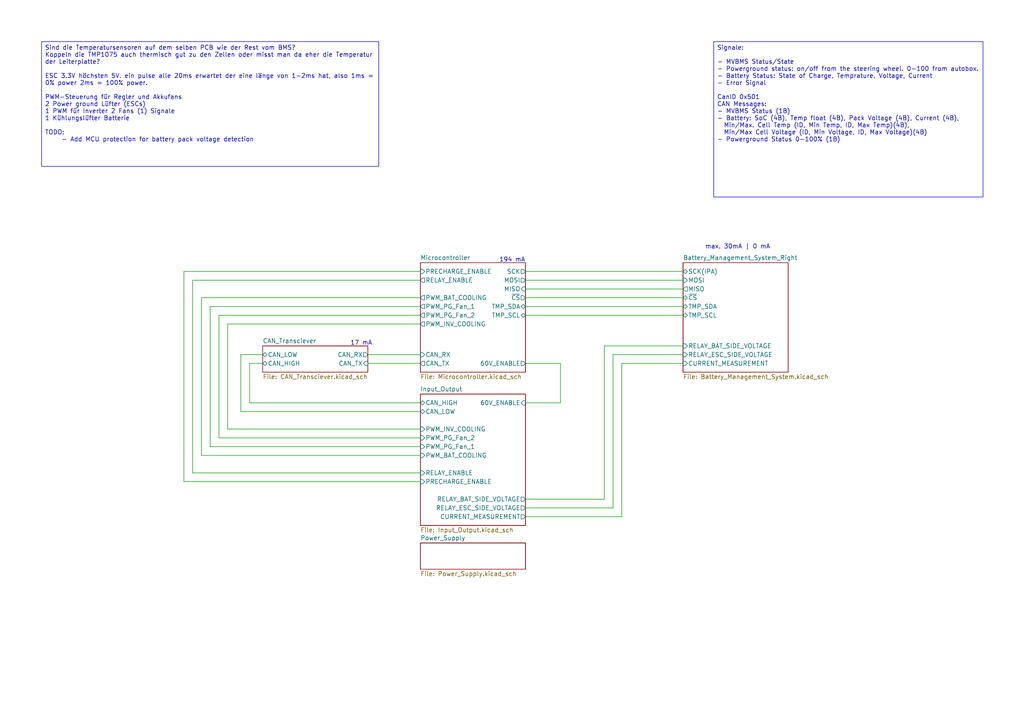
<source format=kicad_sch>
(kicad_sch
	(version 20231120)
	(generator "eeschema")
	(generator_version "8.0")
	(uuid "7e6153c6-9bda-478e-a814-ab2130d6c479")
	(paper "A4")
	(lib_symbols)
	(wire
		(pts
			(xy 177.8 102.87) (xy 198.12 102.87)
		)
		(stroke
			(width 0)
			(type default)
		)
		(uuid "01312f0a-3b33-450d-90f2-3927c96f37bc")
	)
	(wire
		(pts
			(xy 121.92 86.36) (xy 58.42 86.36)
		)
		(stroke
			(width 0)
			(type default)
		)
		(uuid "03225ce1-f0b7-40f0-886b-efc814fda151")
	)
	(wire
		(pts
			(xy 72.39 105.41) (xy 76.2 105.41)
		)
		(stroke
			(width 0)
			(type default)
		)
		(uuid "0d9e32ab-12a3-4581-8a0d-d16b1c875420")
	)
	(wire
		(pts
			(xy 180.34 105.41) (xy 180.34 149.86)
		)
		(stroke
			(width 0)
			(type default)
		)
		(uuid "126d4209-5c8e-4761-80d6-6e16d754ad43")
	)
	(wire
		(pts
			(xy 106.68 102.87) (xy 121.92 102.87)
		)
		(stroke
			(width 0)
			(type default)
		)
		(uuid "12f6f2d3-184a-406e-ae41-c8077f472975")
	)
	(wire
		(pts
			(xy 55.88 81.28) (xy 121.92 81.28)
		)
		(stroke
			(width 0)
			(type default)
		)
		(uuid "17119303-d4e3-4b86-a6cf-db620020fdb2")
	)
	(wire
		(pts
			(xy 106.68 105.41) (xy 121.92 105.41)
		)
		(stroke
			(width 0)
			(type default)
		)
		(uuid "18bd2d77-3412-4aba-a8ff-f490cc9cd76b")
	)
	(wire
		(pts
			(xy 152.4 83.82) (xy 198.12 83.82)
		)
		(stroke
			(width 0)
			(type default)
		)
		(uuid "29ced2f6-2ff5-4b27-9a2e-69aab0e437fa")
	)
	(wire
		(pts
			(xy 121.92 78.74) (xy 53.34 78.74)
		)
		(stroke
			(width 0)
			(type default)
		)
		(uuid "46140984-83fa-4c5d-a9a4-19e5f10f5e4c")
	)
	(wire
		(pts
			(xy 53.34 139.7) (xy 121.92 139.7)
		)
		(stroke
			(width 0)
			(type default)
		)
		(uuid "4932fbcc-a7a9-4785-b00b-5fbbaca8f815")
	)
	(wire
		(pts
			(xy 152.4 78.74) (xy 198.12 78.74)
		)
		(stroke
			(width 0)
			(type default)
		)
		(uuid "4d1d94df-4f29-4c8d-a7e2-e2e8b73e889d")
	)
	(wire
		(pts
			(xy 55.88 81.28) (xy 55.88 137.16)
		)
		(stroke
			(width 0)
			(type default)
		)
		(uuid "5322c2ea-7ec5-441a-9bc6-530b06fa21f7")
	)
	(wire
		(pts
			(xy 63.5 91.44) (xy 63.5 127)
		)
		(stroke
			(width 0)
			(type default)
		)
		(uuid "57034de0-7fb4-4378-83e1-bc45afdb5d31")
	)
	(wire
		(pts
			(xy 152.4 86.36) (xy 198.12 86.36)
		)
		(stroke
			(width 0)
			(type default)
		)
		(uuid "5df33ca3-b51c-4107-b561-7fdb0f47683a")
	)
	(wire
		(pts
			(xy 66.04 93.98) (xy 66.04 124.46)
		)
		(stroke
			(width 0)
			(type default)
		)
		(uuid "60500c5f-f005-482e-9c86-160425cc061b")
	)
	(wire
		(pts
			(xy 180.34 105.41) (xy 198.12 105.41)
		)
		(stroke
			(width 0)
			(type default)
		)
		(uuid "6110db60-4f17-46b2-bf95-2ce291b60400")
	)
	(wire
		(pts
			(xy 72.39 116.84) (xy 121.92 116.84)
		)
		(stroke
			(width 0)
			(type default)
		)
		(uuid "61bd57b1-bbe1-406a-88c3-da4648790471")
	)
	(wire
		(pts
			(xy 177.8 102.87) (xy 177.8 147.32)
		)
		(stroke
			(width 0)
			(type default)
		)
		(uuid "643f0a00-faad-433a-b875-3827c3bcfa0c")
	)
	(wire
		(pts
			(xy 152.4 144.78) (xy 175.26 144.78)
		)
		(stroke
			(width 0)
			(type default)
		)
		(uuid "69b6b87f-67b5-4543-9a02-eb0620c35314")
	)
	(wire
		(pts
			(xy 58.42 86.36) (xy 58.42 132.08)
		)
		(stroke
			(width 0)
			(type default)
		)
		(uuid "6a08d44b-7091-4987-9078-156b34f1fd40")
	)
	(wire
		(pts
			(xy 121.92 132.08) (xy 58.42 132.08)
		)
		(stroke
			(width 0)
			(type default)
		)
		(uuid "7a4f9e0d-6650-4400-b5f6-a912a2bba171")
	)
	(wire
		(pts
			(xy 162.56 116.84) (xy 152.4 116.84)
		)
		(stroke
			(width 0)
			(type default)
		)
		(uuid "8296a2a3-e650-498a-9369-2788dd2641bd")
	)
	(wire
		(pts
			(xy 60.96 88.9) (xy 60.96 129.54)
		)
		(stroke
			(width 0)
			(type default)
		)
		(uuid "90d794b1-d2d4-4d2d-8315-8800f0b969d6")
	)
	(wire
		(pts
			(xy 69.85 119.38) (xy 121.92 119.38)
		)
		(stroke
			(width 0)
			(type default)
		)
		(uuid "90fd7cdb-195e-472c-a7fc-c2e8633c3457")
	)
	(wire
		(pts
			(xy 63.5 127) (xy 121.92 127)
		)
		(stroke
			(width 0)
			(type default)
		)
		(uuid "94cb23a7-6500-444a-a845-cbc4333edf51")
	)
	(wire
		(pts
			(xy 175.26 100.33) (xy 198.12 100.33)
		)
		(stroke
			(width 0)
			(type default)
		)
		(uuid "977afb8d-ada6-440b-9058-8e2005016546")
	)
	(wire
		(pts
			(xy 175.26 100.33) (xy 175.26 144.78)
		)
		(stroke
			(width 0)
			(type default)
		)
		(uuid "9923cb9b-32a8-45e0-ba5a-d112d1b85dd4")
	)
	(wire
		(pts
			(xy 152.4 81.28) (xy 198.12 81.28)
		)
		(stroke
			(width 0)
			(type default)
		)
		(uuid "a5b4e79f-71ef-4692-b843-b2c8c0adb909")
	)
	(wire
		(pts
			(xy 63.5 91.44) (xy 121.92 91.44)
		)
		(stroke
			(width 0)
			(type default)
		)
		(uuid "a6f8d126-1caa-420f-bedd-4f564e58fb99")
	)
	(wire
		(pts
			(xy 152.4 105.41) (xy 162.56 105.41)
		)
		(stroke
			(width 0)
			(type default)
		)
		(uuid "aa5241b1-f2d4-4399-9289-9e960d2b0539")
	)
	(wire
		(pts
			(xy 72.39 116.84) (xy 72.39 105.41)
		)
		(stroke
			(width 0)
			(type default)
		)
		(uuid "ac7c925e-0e83-4663-af9a-b16c43b005fd")
	)
	(wire
		(pts
			(xy 152.4 147.32) (xy 177.8 147.32)
		)
		(stroke
			(width 0)
			(type default)
		)
		(uuid "b3932aec-e0c2-4aa6-84bf-8f97451e7d8f")
	)
	(wire
		(pts
			(xy 162.56 105.41) (xy 162.56 116.84)
		)
		(stroke
			(width 0)
			(type default)
		)
		(uuid "ccdccefa-7c6a-4a5a-9e03-115f58b6459c")
	)
	(wire
		(pts
			(xy 66.04 124.46) (xy 121.92 124.46)
		)
		(stroke
			(width 0)
			(type default)
		)
		(uuid "df6bdf0a-e21c-4caa-b156-c33afbe7a50a")
	)
	(wire
		(pts
			(xy 55.88 137.16) (xy 121.92 137.16)
		)
		(stroke
			(width 0)
			(type default)
		)
		(uuid "e0db8f08-4000-4211-87bf-173df3ab0ef9")
	)
	(wire
		(pts
			(xy 152.4 91.44) (xy 198.12 91.44)
		)
		(stroke
			(width 0)
			(type default)
		)
		(uuid "e0e89c45-8d90-40a7-999e-e19b935ce81d")
	)
	(wire
		(pts
			(xy 66.04 93.98) (xy 121.92 93.98)
		)
		(stroke
			(width 0)
			(type default)
		)
		(uuid "e45788da-ac95-4ab6-a729-f14280db3215")
	)
	(wire
		(pts
			(xy 69.85 119.38) (xy 69.85 102.87)
		)
		(stroke
			(width 0)
			(type default)
		)
		(uuid "ea28ce35-9f03-4507-b224-1289887aabef")
	)
	(wire
		(pts
			(xy 60.96 129.54) (xy 121.92 129.54)
		)
		(stroke
			(width 0)
			(type default)
		)
		(uuid "edd5e800-00cc-41da-bd21-180a7fcdf2ef")
	)
	(wire
		(pts
			(xy 152.4 88.9) (xy 198.12 88.9)
		)
		(stroke
			(width 0)
			(type default)
		)
		(uuid "f412c8c0-7565-4615-b924-75cd20408f98")
	)
	(wire
		(pts
			(xy 53.34 78.74) (xy 53.34 139.7)
		)
		(stroke
			(width 0)
			(type default)
		)
		(uuid "fc40c4a0-b9fd-4ef8-ad5e-7ccaf4df2ab9")
	)
	(wire
		(pts
			(xy 69.85 102.87) (xy 76.2 102.87)
		)
		(stroke
			(width 0)
			(type default)
		)
		(uuid "fd45b009-cc77-4b81-9780-ab31b978a1b7")
	)
	(wire
		(pts
			(xy 121.92 88.9) (xy 60.96 88.9)
		)
		(stroke
			(width 0)
			(type default)
		)
		(uuid "feeeedb7-4c01-440d-b12c-92711ca67bf9")
	)
	(wire
		(pts
			(xy 152.4 149.86) (xy 180.34 149.86)
		)
		(stroke
			(width 0)
			(type default)
		)
		(uuid "ff87ed32-f04f-493e-83f4-ac2e4eb8f075")
	)
	(text_box "Sind die Temperatursensoren auf dem selben PCB wie der Rest vom BMS? \nKoppeln die TMP1075 auch thermisch gut zu den Zellen oder misst man da eher die Temperatur der Leiterplatte?\n\nESC 3.3V höchsten 5V. ein pulse alle 20ms erwartet der eine länge von 1-2ms hat, also 1ms = 0% power 2ms = 100% power.\n\nPWM-Steuerung für Regler und Akkufans\n2 Power ground Lüfter (ESCs)\n1 PWM für Inverter 2 Fans (1) Signale\n1 Kühlungslüfter Batterie\n\nTODO: \n	- Add MCU protection for battery pack voltage detection\n	"
		(exclude_from_sim no)
		(at 12.065 12.065 0)
		(size 97.79 36.195)
		(stroke
			(width 0)
			(type default)
		)
		(fill
			(type none)
		)
		(effects
			(font
				(size 1.27 1.27)
			)
			(justify left top)
		)
		(uuid "046943bb-69af-4275-a770-9074b2e5dc1e")
	)
	(text_box "Signale:\n\n- MVBMS Status/State\n- Powerground status: on/off from the steering wheel. 0-100 from autobox.\n- Battery Status: State of Charge, Temprature, Voltage, Current\n- Error Signal\n\nCanID 0x501\nCAN Messages:\n- MVBMS Status (1B) \n- Battery: SoC (4B), Temp float (4B), Pack Voltage (4B), Current (4B), \n  Min/Max. Cell Temp (ID, Min Temp, ID, Max Temp)(4B), \n  Min/Max Cell Voltage (ID, Min Voltage, ID, Max Voltage)(4B)\n- Powerground Status 0-100% (1B)"
		(exclude_from_sim no)
		(at 207.01 12.065 0)
		(size 78.105 45.085)
		(stroke
			(width 0)
			(type default)
		)
		(fill
			(type none)
		)
		(effects
			(font
				(size 1.27 1.27)
			)
			(justify left top)
		)
		(uuid "8a84d36a-4506-4e06-96c6-789c1d4abd0a")
	)
	(text "194 mA"
		(exclude_from_sim no)
		(at 144.78 76.2 0)
		(effects
			(font
				(size 1.27 1.27)
			)
			(justify left bottom)
		)
		(uuid "1dfc0c9b-c63b-4e5e-9291-4ff4ecd2e4c8")
	)
	(text "17 mA"
		(exclude_from_sim no)
		(at 101.6 100.33 0)
		(effects
			(font
				(size 1.27 1.27)
			)
			(justify left bottom)
		)
		(uuid "8c93167b-5088-44ff-a17c-6681540b2b93")
	)
	(text "max. 30mA | 0 mA"
		(exclude_from_sim no)
		(at 204.47 72.39 0)
		(effects
			(font
				(size 1.27 1.27)
			)
			(justify left bottom)
		)
		(uuid "a2c94a0e-6ac1-4fd3-a40f-6893956b1a5e")
	)
	(sheet
		(at 121.92 114.3)
		(size 30.48 38.1)
		(fields_autoplaced yes)
		(stroke
			(width 0.1524)
			(type solid)
		)
		(fill
			(color 0 0 0 0.0000)
		)
		(uuid "230d2be7-f68c-4d0a-bb36-39424b7f609b")
		(property "Sheetname" "Input_Output"
			(at 121.92 113.5884 0)
			(effects
				(font
					(size 1.27 1.27)
				)
				(justify left bottom)
			)
		)
		(property "Sheetfile" "Input_Output.kicad_sch"
			(at 121.92 152.9846 0)
			(effects
				(font
					(size 1.27 1.27)
				)
				(justify left top)
			)
		)
		(pin "CAN_HIGH" bidirectional
			(at 121.92 116.84 180)
			(effects
				(font
					(size 1.27 1.27)
				)
				(justify left)
			)
			(uuid "b5c77ef0-9ac6-4b30-8b10-98b55aee117e")
		)
		(pin "CAN_LOW" bidirectional
			(at 121.92 119.38 180)
			(effects
				(font
					(size 1.27 1.27)
				)
				(justify left)
			)
			(uuid "c97d8be5-ff86-4c25-99af-fa9c03d70238")
		)
		(pin "PWM_PG_Fan_1" input
			(at 121.92 129.54 180)
			(effects
				(font
					(size 1.27 1.27)
				)
				(justify left)
			)
			(uuid "e3b3d499-86c2-4fac-a81d-f87ec558bb0e")
		)
		(pin "PWM_PG_Fan_2" input
			(at 121.92 127 180)
			(effects
				(font
					(size 1.27 1.27)
				)
				(justify left)
			)
			(uuid "9b5ebb5a-f64a-4040-a24d-4652cdeccbfb")
		)
		(pin "RELAY_ESC_SIDE_VOLTAGE" output
			(at 152.4 147.32 0)
			(effects
				(font
					(size 1.27 1.27)
				)
				(justify right)
			)
			(uuid "6065c38f-7015-4e0c-8227-93b302e3ccf8")
		)
		(pin "RELAY_BAT_SIDE_VOLTAGE" output
			(at 152.4 144.78 0)
			(effects
				(font
					(size 1.27 1.27)
				)
				(justify right)
			)
			(uuid "eb6ec951-be9c-47e1-a055-8fda9b5f4491")
		)
		(pin "60V_ENABLE" input
			(at 152.4 116.84 0)
			(effects
				(font
					(size 1.27 1.27)
				)
				(justify right)
			)
			(uuid "08aa93ae-7253-4967-ab44-6db2e07d55f1")
		)
		(pin "PRECHARGE_ENABLE" input
			(at 121.92 139.7 180)
			(effects
				(font
					(size 1.27 1.27)
				)
				(justify left)
			)
			(uuid "6a656fe1-ff8c-46a9-b401-987592d89347")
		)
		(pin "RELAY_ENABLE" input
			(at 121.92 137.16 180)
			(effects
				(font
					(size 1.27 1.27)
				)
				(justify left)
			)
			(uuid "8208b4f2-bb42-4a59-ade9-d81c2b62f362")
		)
		(pin "CURRENT_MEASUREMENT" output
			(at 152.4 149.86 0)
			(effects
				(font
					(size 1.27 1.27)
				)
				(justify right)
			)
			(uuid "dfd12e93-0a86-4df1-9aab-28a6cfa9132e")
		)
		(pin "PWM_INV_COOLING" input
			(at 121.92 124.46 180)
			(effects
				(font
					(size 1.27 1.27)
				)
				(justify left)
			)
			(uuid "70bce6ec-8c97-488e-9381-7293ad551196")
		)
		(pin "PWM_BAT_COOLING" input
			(at 121.92 132.08 180)
			(effects
				(font
					(size 1.27 1.27)
				)
				(justify left)
			)
			(uuid "aa94e0c5-c7c7-4593-a5d4-7398e864ba60")
		)
		(instances
			(project "MVBMS_FT24"
				(path "/7e6153c6-9bda-478e-a814-ab2130d6c479"
					(page "14")
				)
			)
		)
	)
	(sheet
		(at 198.12 76.2)
		(size 30.48 31.75)
		(fields_autoplaced yes)
		(stroke
			(width 0.1524)
			(type solid)
		)
		(fill
			(color 0 0 0 0.0000)
		)
		(uuid "5c4ab000-5b73-458c-85e4-49b563e24c72")
		(property "Sheetname" "Battery_Management_System_Right"
			(at 198.12 75.4884 0)
			(effects
				(font
					(size 1.27 1.27)
				)
				(justify left bottom)
			)
		)
		(property "Sheetfile" "Battery_Management_System.kicad_sch"
			(at 198.12 108.5346 0)
			(effects
				(font
					(size 1.27 1.27)
				)
				(justify left top)
			)
		)
		(pin "SCK(IPA)" bidirectional
			(at 198.12 78.74 180)
			(effects
				(font
					(size 1.27 1.27)
				)
				(justify left)
			)
			(uuid "4163e7f3-3acd-47e0-8dd1-d0c0e7e9b064")
		)
		(pin "MOSI" input
			(at 198.12 81.28 180)
			(effects
				(font
					(size 1.27 1.27)
				)
				(justify left)
			)
			(uuid "a7b826ef-ea33-4dce-ae45-3167ec98f102")
		)
		(pin "MISO" output
			(at 198.12 83.82 180)
			(effects
				(font
					(size 1.27 1.27)
				)
				(justify left)
			)
			(uuid "c3c207fd-f785-4caa-a3ae-42d44e0dfff0")
		)
		(pin "TMP_SDA" bidirectional
			(at 198.12 88.9 180)
			(effects
				(font
					(size 1.27 1.27)
				)
				(justify left)
			)
			(uuid "598446bd-94f4-48ff-a7d3-787a3e3fd2f5")
		)
		(pin "TMP_SCL" bidirectional
			(at 198.12 91.44 180)
			(effects
				(font
					(size 1.27 1.27)
				)
				(justify left)
			)
			(uuid "4b2f0b95-56a4-4429-8379-3392c776e944")
		)
		(pin "~{CS}" bidirectional
			(at 198.12 86.36 180)
			(effects
				(font
					(size 1.27 1.27)
				)
				(justify left)
			)
			(uuid "6a699c59-1380-4c66-adb3-30438eb86984")
		)
		(pin "RELAY_ESC_SIDE_VOLTAGE" input
			(at 198.12 102.87 180)
			(effects
				(font
					(size 1.27 1.27)
				)
				(justify left)
			)
			(uuid "8f631bd6-a08d-4bea-ac85-40ae29036f13")
		)
		(pin "RELAY_BAT_SIDE_VOLTAGE" input
			(at 198.12 100.33 180)
			(effects
				(font
					(size 1.27 1.27)
				)
				(justify left)
			)
			(uuid "28263736-0790-4124-a760-f46f8dda63d2")
		)
		(pin "CURRENT_MEASUREMENT" input
			(at 198.12 105.41 180)
			(effects
				(font
					(size 1.27 1.27)
				)
				(justify left)
			)
			(uuid "55f73da2-4f88-4a58-b6e8-5b4624389d0d")
		)
		(instances
			(project "MVBMS_FT24"
				(path "/7e6153c6-9bda-478e-a814-ab2130d6c479"
					(page "5")
				)
			)
		)
	)
	(sheet
		(at 121.92 157.48)
		(size 30.48 7.62)
		(fields_autoplaced yes)
		(stroke
			(width 0.1524)
			(type solid)
		)
		(fill
			(color 0 0 0 0.0000)
		)
		(uuid "a15ada93-d3d4-4dc4-a3e7-664c5bba6d41")
		(property "Sheetname" "Power_Supply"
			(at 121.92 156.7684 0)
			(effects
				(font
					(size 1.27 1.27)
				)
				(justify left bottom)
			)
		)
		(property "Sheetfile" "Power_Supply.kicad_sch"
			(at 121.92 165.6846 0)
			(effects
				(font
					(size 1.27 1.27)
				)
				(justify left top)
			)
		)
		(instances
			(project "MVBMS_FT24"
				(path "/7e6153c6-9bda-478e-a814-ab2130d6c479"
					(page "3")
				)
			)
		)
	)
	(sheet
		(at 121.92 76.2)
		(size 30.48 31.75)
		(fields_autoplaced yes)
		(stroke
			(width 0.1524)
			(type solid)
		)
		(fill
			(color 0 0 0 0.0000)
		)
		(uuid "c9c61e68-b415-4cd1-882c-ffe913533997")
		(property "Sheetname" "Microcontroller"
			(at 121.92 75.4884 0)
			(effects
				(font
					(size 1.27 1.27)
				)
				(justify left bottom)
			)
		)
		(property "Sheetfile" "Microcontroller.kicad_sch"
			(at 121.92 108.5346 0)
			(effects
				(font
					(size 1.27 1.27)
				)
				(justify left top)
			)
		)
		(pin "TMP_SCL" bidirectional
			(at 152.4 91.44 0)
			(effects
				(font
					(size 1.27 1.27)
				)
				(justify right)
			)
			(uuid "a520e47e-174f-4010-bda7-fa5d503fd123")
		)
		(pin "TMP_SDA" bidirectional
			(at 152.4 88.9 0)
			(effects
				(font
					(size 1.27 1.27)
				)
				(justify right)
			)
			(uuid "4e3ad667-9af0-4825-9b35-36f17f03f19b")
		)
		(pin "CAN_RX" input
			(at 121.92 102.87 180)
			(effects
				(font
					(size 1.27 1.27)
				)
				(justify left)
			)
			(uuid "31c26564-320e-446b-9f79-794928d08541")
		)
		(pin "CAN_TX" output
			(at 121.92 105.41 180)
			(effects
				(font
					(size 1.27 1.27)
				)
				(justify left)
			)
			(uuid "836d73cd-3a7c-4fe2-bd88-937c404bfa3e")
		)
		(pin "SCK" output
			(at 152.4 78.74 0)
			(effects
				(font
					(size 1.27 1.27)
				)
				(justify right)
			)
			(uuid "7aff1d2c-917a-4881-acc0-041eaaa23788")
		)
		(pin "MOSI" output
			(at 152.4 81.28 0)
			(effects
				(font
					(size 1.27 1.27)
				)
				(justify right)
			)
			(uuid "1ae7e989-bdbe-4309-9685-f3ba685a84de")
		)
		(pin "MISO" input
			(at 152.4 83.82 0)
			(effects
				(font
					(size 1.27 1.27)
				)
				(justify right)
			)
			(uuid "7b3df694-2603-4cd5-a47e-3f672ca4bf95")
		)
		(pin "PWM_PG_Fan_1" output
			(at 121.92 88.9 180)
			(effects
				(font
					(size 1.27 1.27)
				)
				(justify left)
			)
			(uuid "4c5e6fdd-445f-4fa7-9648-3c8af102d45f")
		)
		(pin "PWM_PG_Fan_2" output
			(at 121.92 91.44 180)
			(effects
				(font
					(size 1.27 1.27)
				)
				(justify left)
			)
			(uuid "a1038eb3-2524-4304-a584-82487c5b9296")
		)
		(pin "RELAY_ENABLE" output
			(at 121.92 81.28 180)
			(effects
				(font
					(size 1.27 1.27)
				)
				(justify left)
			)
			(uuid "75623623-c1e7-40e8-9edb-73c9288442a8")
		)
		(pin "PRECHARGE_ENABLE" input
			(at 121.92 78.74 180)
			(effects
				(font
					(size 1.27 1.27)
				)
				(justify left)
			)
			(uuid "e3976744-fab4-4b58-9fa8-777a6173782b")
		)
		(pin "~{CS}" output
			(at 152.4 86.36 0)
			(effects
				(font
					(size 1.27 1.27)
				)
				(justify right)
			)
			(uuid "6af5a562-3aa6-40c9-8650-6a426083fd8a")
		)
		(pin "60V_ENABLE" output
			(at 152.4 105.41 0)
			(effects
				(font
					(size 1.27 1.27)
				)
				(justify right)
			)
			(uuid "b71e562b-776a-4f4b-9006-97353e09c0fd")
		)
		(pin "PWM_INV_COOLING" output
			(at 121.92 93.98 180)
			(effects
				(font
					(size 1.27 1.27)
				)
				(justify left)
			)
			(uuid "762f43d7-c813-46be-b71a-9ce148033525")
		)
		(pin "PWM_BAT_COOLING" output
			(at 121.92 86.36 180)
			(effects
				(font
					(size 1.27 1.27)
				)
				(justify left)
			)
			(uuid "316af43a-4470-4f64-9686-ee38eaddacb0")
		)
		(instances
			(project "MVBMS_FT24"
				(path "/7e6153c6-9bda-478e-a814-ab2130d6c479"
					(page "2")
				)
			)
		)
	)
	(sheet
		(at 76.2 100.33)
		(size 30.48 7.62)
		(fields_autoplaced yes)
		(stroke
			(width 0.1524)
			(type solid)
		)
		(fill
			(color 0 0 0 0.0000)
		)
		(uuid "f78e2f7e-5dea-4de6-be8c-813a31e136da")
		(property "Sheetname" "CAN_Transciever"
			(at 76.2 99.6184 0)
			(effects
				(font
					(size 1.27 1.27)
				)
				(justify left bottom)
			)
		)
		(property "Sheetfile" "CAN_Transciever.kicad_sch"
			(at 76.2 108.5346 0)
			(effects
				(font
					(size 1.27 1.27)
				)
				(justify left top)
			)
		)
		(pin "CAN_TX" input
			(at 106.68 105.41 0)
			(effects
				(font
					(size 1.27 1.27)
				)
				(justify right)
			)
			(uuid "e93f220c-51e1-409e-a619-ad981e09539f")
		)
		(pin "CAN_RX" output
			(at 106.68 102.87 0)
			(effects
				(font
					(size 1.27 1.27)
				)
				(justify right)
			)
			(uuid "7fdf07cf-7580-45fd-9e65-c7d48cd26f17")
		)
		(pin "CAN_HIGH" bidirectional
			(at 76.2 105.41 180)
			(effects
				(font
					(size 1.27 1.27)
				)
				(justify left)
			)
			(uuid "ec63164a-2e29-4832-b831-0e65c535fbe1")
		)
		(pin "CAN_LOW" bidirectional
			(at 76.2 102.87 180)
			(effects
				(font
					(size 1.27 1.27)
				)
				(justify left)
			)
			(uuid "bd5e53fb-f473-4c85-a4f2-a71ace809c9b")
		)
		(instances
			(project "MVBMS_FT24"
				(path "/7e6153c6-9bda-478e-a814-ab2130d6c479"
					(page "4")
				)
			)
		)
	)
	(sheet_instances
		(path "/"
			(page "1")
		)
	)
)

</source>
